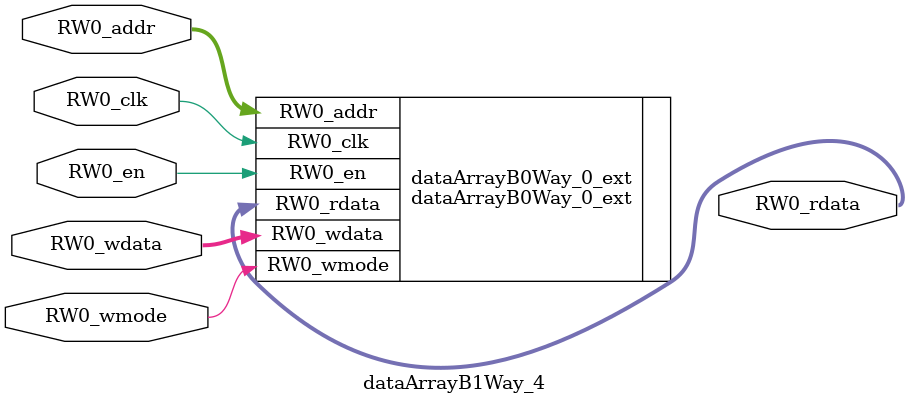
<source format=sv>
module dataArrayB1Way_4(	// @[generators/rocket-chip/src/main/scala/util/DescribedSRAM.scala:17:26]
  input  [7:0]  RW0_addr,
  input         RW0_en,
  input         RW0_clk,
  input         RW0_wmode,
  input  [63:0] RW0_wdata,
  output [63:0] RW0_rdata
);

  dataArrayB0Way_0_ext dataArrayB0Way_0_ext (	// @[generators/rocket-chip/src/main/scala/util/DescribedSRAM.scala:17:26]
    .RW0_addr  (RW0_addr),
    .RW0_en    (RW0_en),
    .RW0_clk   (RW0_clk),
    .RW0_wmode (RW0_wmode),
    .RW0_wdata (RW0_wdata),
    .RW0_rdata (RW0_rdata)
  );	// @[generators/rocket-chip/src/main/scala/util/DescribedSRAM.scala:17:26]
endmodule


</source>
